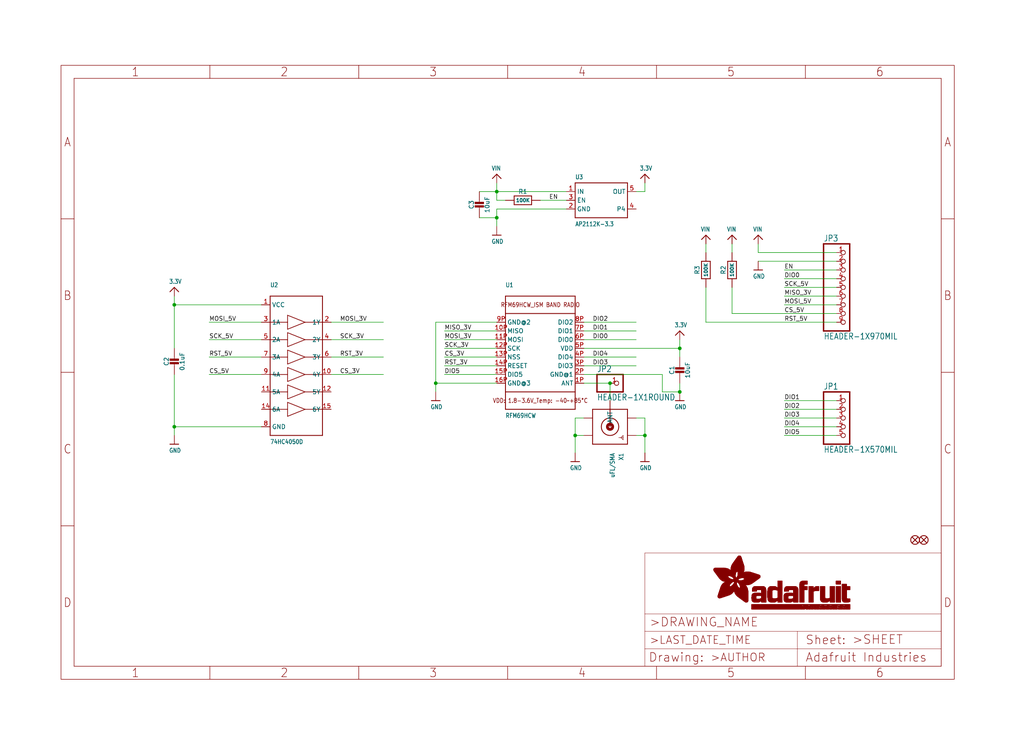
<source format=kicad_sch>
(kicad_sch (version 20211123) (generator eeschema)
  (paper "User" 298.45 217.881)
  (lib_symbols
    (symbol "eagleSchem-eagle-import:3.3V" (power)
      (property "Value" "3.3V" (at -1.524 1.016 0))
      (symbol "3.3V_1_0"
        (pin power_in line (at 0 -2.54 90) (length 2.54) (name "3.3V") (number "1"))
      )
    )
    (symbol "eagleSchem-eagle-import:74HC4050DTSSOP"
      (property "Reference" "U" (at -7.62 22.86 0))
      (property "Value" "74HC4050DTSSOP" (at -7.62 -22.86 0))
      (symbol "74HC4050DTSSOP_1_0"
        (pin bidirectional line (at -10.16 17.78 0) (length 2.54) (name "VCC") (number "1"))
        (pin bidirectional line (at 10.16 -2.54 180) (length 2.54) (name "4Y") (number "10"))
        (pin bidirectional line (at -10.16 -7.62 0) (length 2.54) (name "5A") (number "11"))
        (pin bidirectional line (at 10.16 -7.62 180) (length 2.54) (name "5Y") (number "12"))
        (pin bidirectional line (at -10.16 -12.7 0) (length 2.54) (name "6A") (number "14"))
        (pin bidirectional line (at 10.16 -12.7 180) (length 2.54) (name "6Y") (number "15"))
        (pin bidirectional line (at 10.16 12.7 180) (length 2.54) (name "1Y") (number "2"))
        (pin bidirectional line (at -10.16 12.7 0) (length 2.54) (name "1A") (number "3"))
        (pin bidirectional line (at 10.16 7.62 180) (length 2.54) (name "2Y") (number "4"))
        (pin bidirectional line (at -10.16 7.62 0) (length 2.54) (name "2A") (number "5"))
        (pin bidirectional line (at 10.16 2.54 180) (length 2.54) (name "3Y") (number "6"))
        (pin bidirectional line (at -10.16 2.54 0) (length 2.54) (name "3A") (number "7"))
        (pin bidirectional line (at -10.16 -17.78 0) (length 2.54) (name "GND") (number "8"))
        (pin bidirectional line (at -10.16 -2.54 0) (length 2.54) (name "4A") (number "9"))
      )
    )
    (symbol "eagleSchem-eagle-import:CAP_CERAMIC0805-NOOUTLINE"
      (property "Reference" "C" (at -2.29 1.25 90))
      (property "Value" "CAP_CERAMIC0805-NOOUTLINE" (at 2.3 1.25 90))
      (symbol "CAP_CERAMIC0805-NOOUTLINE_1_0"
        (pin passive line (at 0 5.08 270) (length 2.54) (name "1") (number "1"))
        (pin passive line (at 0 -2.54 90) (length 2.54) (name "2") (number "2"))
      )
    )
    (symbol "eagleSchem-eagle-import:FIDUCIAL{dblquote}{dblquote}")
    (symbol "eagleSchem-eagle-import:FRAME_A4_ADAFRUIT"
      (symbol "FRAME_A4_ADAFRUIT_1_0"
        (text "1" (at 21.6958 1.905 0) (effects (font (size 2.54 2.286))))
        (text "1" (at 21.6958 177.165 0) (effects (font (size 2.54 2.286))))
        (text "2" (at 65.0875 1.905 0) (effects (font (size 2.54 2.286))))
        (text "2" (at 65.0875 177.165 0) (effects (font (size 2.54 2.286))))
        (text "3" (at 108.4792 1.905 0) (effects (font (size 2.54 2.286))))
        (text "3" (at 108.4792 177.165 0) (effects (font (size 2.54 2.286))))
        (text "4" (at 151.8708 1.905 0) (effects (font (size 2.54 2.286))))
        (text "4" (at 151.8708 177.165 0) (effects (font (size 2.54 2.286))))
        (text "5" (at 195.2625 1.905 0) (effects (font (size 2.54 2.286))))
        (text "5" (at 195.2625 177.165 0) (effects (font (size 2.54 2.286))))
        (text "6" (at 238.6542 1.905 0) (effects (font (size 2.54 2.286))))
        (text "6" (at 238.6542 177.165 0) (effects (font (size 2.54 2.286))))
        (text ">AUTHOR" (at 189.23 5.08 0) (effects (font (size 2.286 2.286)) (justify left bottom)))
        (text ">DRAWING_NAME" (at 171.45 15.24 0) (effects (font (size 2.54 2.54)) (justify left bottom)))
        (text ">LAST_DATE_TIME" (at 171.45 10.16 0) (effects (font (size 2.286 2.286)) (justify left bottom)))
        (text ">SHEET" (at 230.505 10.16 0) (effects (font (size 2.54 2.54)) (justify left bottom)))
        (text "A" (at 1.905 156.6863 0) (effects (font (size 2.54 2.286))))
        (text "A" (at 258.445 156.6863 0) (effects (font (size 2.54 2.286))))
        (text "Adafruit Industries" (at 216.916 4.953 0) (effects (font (size 2.54 2.54)) (justify left bottom)))
        (text "B" (at 1.905 111.9188 0) (effects (font (size 2.54 2.286))))
        (text "B" (at 258.445 111.9188 0) (effects (font (size 2.54 2.286))))
        (text "C" (at 1.905 67.1513 0) (effects (font (size 2.54 2.286))))
        (text "C" (at 258.445 67.1513 0) (effects (font (size 2.54 2.286))))
        (text "D" (at 1.905 22.3838 0) (effects (font (size 2.54 2.286))))
        (text "D" (at 258.445 22.3838 0) (effects (font (size 2.54 2.286))))
        (text "Drawing:" (at 171.196 4.953 0) (effects (font (size 2.54 2.54)) (justify left bottom)))
        (text "Sheet:" (at 216.916 10.033 0) (effects (font (size 2.54 2.54)) (justify left bottom)))
      )
    )
    (symbol "eagleSchem-eagle-import:GND" (power)
      (property "Value" "GND" (at -1.524 -2.54 0))
      (symbol "GND_1_0"
        (pin power_in line (at 0 2.54 270) (length 2.54) (name "GND") (number "1"))
      )
    )
    (symbol "eagleSchem-eagle-import:HEADER-1X1ROUND"
      (property "Reference" "JP" (at -6.35 3.175 0))
      (property "Value" "HEADER-1X1ROUND" (at -6.35 -5.08 0))
      (symbol "HEADER-1X1ROUND_1_0"
        (pin passive inverted (at -2.54 0 0) (length 2.54) (name "1") (number "1"))
      )
    )
    (symbol "eagleSchem-eagle-import:HEADER-1X570MIL"
      (property "Reference" "JP" (at -6.35 8.255 0))
      (property "Value" "HEADER-1X570MIL" (at -6.35 -10.16 0))
      (symbol "HEADER-1X570MIL_1_0"
        (pin passive inverted (at -2.54 5.08 0) (length 2.54) (name "1") (number "1"))
        (pin passive inverted (at -2.54 2.54 0) (length 2.54) (name "2") (number "2"))
        (pin passive inverted (at -2.54 0 0) (length 2.54) (name "3") (number "3"))
        (pin passive inverted (at -2.54 -2.54 0) (length 2.54) (name "4") (number "4"))
        (pin passive inverted (at -2.54 -5.08 0) (length 2.54) (name "5") (number "5"))
      )
    )
    (symbol "eagleSchem-eagle-import:HEADER-1X970MIL"
      (property "Reference" "JP" (at -6.35 13.335 0))
      (property "Value" "HEADER-1X970MIL" (at -6.35 -15.24 0))
      (symbol "HEADER-1X970MIL_1_0"
        (pin passive inverted (at -2.54 10.16 0) (length 2.54) (name "1") (number "1"))
        (pin passive inverted (at -2.54 7.62 0) (length 2.54) (name "2") (number "2"))
        (pin passive inverted (at -2.54 5.08 0) (length 2.54) (name "3") (number "3"))
        (pin passive inverted (at -2.54 2.54 0) (length 2.54) (name "4") (number "4"))
        (pin passive inverted (at -2.54 0 0) (length 2.54) (name "5") (number "5"))
        (pin passive inverted (at -2.54 -2.54 0) (length 2.54) (name "6") (number "6"))
        (pin passive inverted (at -2.54 -5.08 0) (length 2.54) (name "7") (number "7"))
        (pin passive inverted (at -2.54 -7.62 0) (length 2.54) (name "8") (number "8"))
        (pin passive inverted (at -2.54 -10.16 0) (length 2.54) (name "9") (number "9"))
      )
    )
    (symbol "eagleSchem-eagle-import:RESISTOR0805_NOOUTLINE"
      (property "Reference" "R" (at 0 2.54 0))
      (property "Value" "RESISTOR0805_NOOUTLINE" (at 0 0 0))
      (symbol "RESISTOR0805_NOOUTLINE_1_0"
        (pin passive line (at -5.08 0 0) (length 2.54) (name "1") (number "1"))
        (pin passive line (at 5.08 0 180) (length 2.54) (name "2") (number "2"))
      )
    )
    (symbol "eagleSchem-eagle-import:RFM69HCW_SMT"
      (property "Reference" "U" (at -10.16 17.78 0))
      (property "Value" "RFM69HCW_SMT" (at -10.16 -20.32 0))
      (symbol "RFM69HCW_SMT_1_0"
        (text "RFM69HCW_ISM BAND RADIO" (at 0 12.7 0) (effects (font (size 1.27 1.0795))))
        (text "VDD: 1.8-3.6V_Temp: -40~+85°C" (at 0 -15.24 0) (effects (font (size 1.27 1.0795))))
        (pin output line (at -12.7 5.08 0) (length 2.54) (name "MISO") (number "10P"))
        (pin input line (at -12.7 2.54 0) (length 2.54) (name "MOSI") (number "11P"))
        (pin input line (at -12.7 0 0) (length 2.54) (name "SCK") (number "12P"))
        (pin input line (at -12.7 -2.54 0) (length 2.54) (name "NSS") (number "13P"))
        (pin input line (at -12.7 -5.08 0) (length 2.54) (name "RESET") (number "14P"))
        (pin bidirectional line (at -12.7 -7.62 0) (length 2.54) (name "DIO5") (number "15P"))
        (pin power_in line (at -12.7 -10.16 0) (length 2.54) (name "GND@3") (number "16P"))
        (pin bidirectional line (at 12.7 -10.16 180) (length 2.54) (name "ANT") (number "1P"))
        (pin power_in line (at 12.7 -7.62 180) (length 2.54) (name "GND@1") (number "2P"))
        (pin bidirectional line (at 12.7 -5.08 180) (length 2.54) (name "DIO3") (number "3P"))
        (pin bidirectional line (at 12.7 -2.54 180) (length 2.54) (name "DIO4") (number "4P"))
        (pin power_in line (at 12.7 0 180) (length 2.54) (name "VDD") (number "5P"))
        (pin bidirectional line (at 12.7 2.54 180) (length 2.54) (name "DIO0") (number "6P"))
        (pin bidirectional line (at 12.7 5.08 180) (length 2.54) (name "DIO1") (number "7P"))
        (pin bidirectional line (at 12.7 7.62 180) (length 2.54) (name "DIO2") (number "8P"))
        (pin power_in line (at -12.7 7.62 0) (length 2.54) (name "GND@2") (number "9P"))
      )
    )
    (symbol "eagleSchem-eagle-import:SMACONNECTOR_EDGE_UFL"
      (property "Reference" "X" (at 7.62 2.54 0))
      (property "Value" "SMACONNECTOR_EDGE_UFL" (at 7.62 0 0))
      (symbol "SMACONNECTOR_EDGE_UFL_1_0"
        (pin power_in line (at -2.54 7.62 270) (length 2.54) (name "GND1") (number "GND@1"))
        (pin power_in line (at 2.54 7.62 270) (length 2.54) (name "GND2") (number "GND@2"))
        (pin power_in line (at -2.54 -7.62 90) (length 2.54) (name "GND3") (number "GND@3"))
        (pin power_in line (at 2.54 -7.62 90) (length 2.54) (name "GND4") (number "GND@4"))
        (pin bidirectional line (at -7.62 0 0) (length 2.54) (name "ANT") (number "P"))
      )
    )
    (symbol "eagleSchem-eagle-import:VIN" (power)
      (property "Value" "VIN" (at -1.524 1.016 0))
      (symbol "VIN_1_0"
        (pin power_in line (at 0 -2.54 90) (length 2.54) (name "VIN") (number "1"))
      )
    )
    (symbol "eagleSchem-eagle-import:VREG_SOT23-5"
      (property "Reference" "U" (at -7.62 6.096 0))
      (property "Value" "VREG_SOT23-5" (at -7.62 -7.62 0))
      (symbol "VREG_SOT23-5_1_0"
        (pin power_in line (at -10.16 2.54 0) (length 2.54) (name "IN") (number "1"))
        (pin power_in line (at -10.16 -2.54 0) (length 2.54) (name "GND") (number "2"))
        (pin input line (at -10.16 0 0) (length 2.54) (name "EN") (number "3"))
        (pin bidirectional line (at 10.16 -2.54 180) (length 2.54) (name "P4") (number "4"))
        (pin power_in line (at 10.16 2.54 180) (length 2.54) (name "OUT") (number "5"))
      )
    )
  )
  (junction (at 50.8 124.46))
  (junction (at 144.78 63.5))
  (junction (at 187.96 127))
  (junction (at 144.78 55.88))
  (junction (at 198.12 114.3))
  (junction (at 127 111.76))
  (junction (at 198.12 101.6))
  (junction (at 177.8 111.76))
  (junction (at 50.8 88.9))
  (junction (at 167.64 127))
  (wire (pts (xy 187.96 127) (xy 187.96 132.08)))
  (wire (pts (xy 220.98 71.12) (xy 220.98 73.66)))
  (wire (pts (xy 170.18 127) (xy 167.64 127)))
  (wire (pts (xy 129.54 104.14) (xy 144.78 104.14)))
  (wire (pts (xy 129.54 99.06) (xy 144.78 99.06)))
  (wire (pts (xy 185.42 96.52) (xy 170.18 96.52)))
  (wire (pts (xy 147.32 58.42) (xy 144.78 58.42)))
  (wire (pts (xy 170.18 121.92) (xy 167.64 121.92)))
  (wire (pts (xy 198.12 111.76) (xy 198.12 114.3)))
  (wire (pts (xy 144.78 96.52) (xy 129.54 96.52)))
  (wire (pts (xy 193.04 114.3) (xy 198.12 114.3)))
  (wire (pts (xy 185.42 121.92) (xy 187.96 121.92)))
  (wire (pts (xy 127 93.98) (xy 127 111.76)))
  (wire (pts (xy 50.8 88.9) (xy 50.8 101.6)))
  (wire (pts (xy 96.52 109.22) (xy 111.76 109.22)))
  (wire (pts (xy 243.84 83.82) (xy 228.6 83.82)))
  (wire (pts (xy 96.52 104.14) (xy 111.76 104.14)))
  (wire (pts (xy 213.36 71.12) (xy 213.36 73.66)))
  (wire (pts (xy 76.2 99.06) (xy 60.96 99.06)))
  (wire (pts (xy 170.18 111.76) (xy 177.8 111.76)))
  (wire (pts (xy 213.36 91.44) (xy 213.36 83.82)))
  (wire (pts (xy 228.6 124.46) (xy 243.84 124.46)))
  (wire (pts (xy 243.84 78.74) (xy 228.6 78.74)))
  (wire (pts (xy 60.96 109.22) (xy 76.2 109.22)))
  (wire (pts (xy 129.54 101.6) (xy 144.78 101.6)))
  (wire (pts (xy 76.2 88.9) (xy 50.8 88.9)))
  (wire (pts (xy 144.78 111.76) (xy 127 111.76)))
  (wire (pts (xy 170.18 109.22) (xy 193.04 109.22)))
  (wire (pts (xy 243.84 119.38) (xy 228.6 119.38)))
  (wire (pts (xy 50.8 124.46) (xy 50.8 109.22)))
  (wire (pts (xy 144.78 93.98) (xy 127 93.98)))
  (wire (pts (xy 213.36 91.44) (xy 243.84 91.44)))
  (wire (pts (xy 187.96 55.88) (xy 187.96 53.34)))
  (wire (pts (xy 185.42 93.98) (xy 170.18 93.98)))
  (wire (pts (xy 129.54 106.68) (xy 144.78 106.68)))
  (wire (pts (xy 220.98 76.2) (xy 243.84 76.2)))
  (wire (pts (xy 144.78 55.88) (xy 144.78 53.34)))
  (wire (pts (xy 205.74 93.98) (xy 243.84 93.98)))
  (wire (pts (xy 243.84 81.28) (xy 228.6 81.28)))
  (wire (pts (xy 198.12 101.6) (xy 198.12 104.14)))
  (wire (pts (xy 165.1 60.96) (xy 144.78 60.96)))
  (wire (pts (xy 144.78 63.5) (xy 144.78 66.04)))
  (wire (pts (xy 144.78 109.22) (xy 129.54 109.22)))
  (wire (pts (xy 76.2 93.98) (xy 60.96 93.98)))
  (wire (pts (xy 165.1 55.88) (xy 144.78 55.88)))
  (wire (pts (xy 205.74 71.12) (xy 205.74 73.66)))
  (wire (pts (xy 243.84 127) (xy 228.6 127)))
  (wire (pts (xy 170.18 101.6) (xy 198.12 101.6)))
  (wire (pts (xy 144.78 63.5) (xy 139.7 63.5)))
  (wire (pts (xy 96.52 99.06) (xy 111.76 99.06)))
  (wire (pts (xy 220.98 73.66) (xy 243.84 73.66)))
  (wire (pts (xy 228.6 121.92) (xy 243.84 121.92)))
  (wire (pts (xy 185.42 99.06) (xy 170.18 99.06)))
  (wire (pts (xy 50.8 88.9) (xy 50.8 86.36)))
  (wire (pts (xy 177.8 111.76) (xy 177.8 116.84)))
  (wire (pts (xy 205.74 83.82) (xy 205.74 93.98)))
  (wire (pts (xy 170.18 104.14) (xy 185.42 104.14)))
  (wire (pts (xy 167.64 121.92) (xy 167.64 127)))
  (wire (pts (xy 127 111.76) (xy 127 114.3)))
  (wire (pts (xy 198.12 101.6) (xy 198.12 99.06)))
  (wire (pts (xy 243.84 116.84) (xy 228.6 116.84)))
  (wire (pts (xy 144.78 55.88) (xy 139.7 55.88)))
  (wire (pts (xy 76.2 104.14) (xy 60.96 104.14)))
  (wire (pts (xy 185.42 55.88) (xy 187.96 55.88)))
  (wire (pts (xy 185.42 127) (xy 187.96 127)))
  (wire (pts (xy 193.04 109.22) (xy 193.04 114.3)))
  (wire (pts (xy 96.52 93.98) (xy 111.76 93.98)))
  (wire (pts (xy 243.84 88.9) (xy 228.6 88.9)))
  (wire (pts (xy 76.2 124.46) (xy 50.8 124.46)))
  (wire (pts (xy 243.84 86.36) (xy 228.6 86.36)))
  (wire (pts (xy 187.96 121.92) (xy 187.96 127)))
  (wire (pts (xy 144.78 58.42) (xy 144.78 55.88)))
  (wire (pts (xy 50.8 124.46) (xy 50.8 127)))
  (wire (pts (xy 144.78 60.96) (xy 144.78 63.5)))
  (wire (pts (xy 167.64 127) (xy 167.64 132.08)))
  (wire (pts (xy 165.1 58.42) (xy 157.48 58.42)))
  (wire (pts (xy 170.18 106.68) (xy 185.42 106.68)))
  (label "MISO_3V" (at 129.54 96.52 0) (effects (font (size 1.2446 1.2446))))
  (label "EN" (at 160.02 58.42 0) (effects (font (size 1.2446 1.2446))))
  (label "DIO1" (at 228.6 116.84 0) (effects (font (size 1.2446 1.2446))))
  (label "DIO5" (at 129.54 109.22 0) (effects (font (size 1.2446 1.2446))))
  (label "RST_5V" (at 60.96 104.14 0) (effects (font (size 1.2446 1.2446))))
  (label "CS_3V" (at 99.06 109.22 0) (effects (font (size 1.2446 1.2446))))
  (label "CS_5V" (at 60.96 109.22 0) (effects (font (size 1.2446 1.2446))))
  (label "DIO0" (at 172.72 99.06 0) (effects (font (size 1.2446 1.2446))))
  (label "CS_5V" (at 228.6 91.44 0) (effects (font (size 1.2446 1.2446))))
  (label "DIO0" (at 228.6 81.28 0) (effects (font (size 1.2446 1.2446))))
  (label "SCK_5V" (at 228.6 83.82 0) (effects (font (size 1.2446 1.2446))))
  (label "DIO3" (at 228.6 121.92 0) (effects (font (size 1.2446 1.2446))))
  (label "RST_3V" (at 99.06 104.14 0) (effects (font (size 1.2446 1.2446))))
  (label "RST_3V" (at 129.54 106.68 0) (effects (font (size 1.2446 1.2446))))
  (label "DIO2" (at 228.6 119.38 0) (effects (font (size 1.2446 1.2446))))
  (label "DIO5" (at 228.6 127 0) (effects (font (size 1.2446 1.2446))))
  (label "MOSI_3V" (at 129.54 99.06 0) (effects (font (size 1.2446 1.2446))))
  (label "SCK_3V" (at 129.54 101.6 0) (effects (font (size 1.2446 1.2446))))
  (label "MISO_3V" (at 228.6 86.36 0) (effects (font (size 1.2446 1.2446))))
  (label "RST_5V" (at 228.6 93.98 0) (effects (font (size 1.2446 1.2446))))
  (label "MOSI_3V" (at 99.06 93.98 0) (effects (font (size 1.2446 1.2446))))
  (label "SCK_5V" (at 60.96 99.06 0) (effects (font (size 1.2446 1.2446))))
  (label "DIO3" (at 172.72 106.68 0) (effects (font (size 1.2446 1.2446))))
  (label "MOSI_5V" (at 228.6 88.9 0) (effects (font (size 1.2446 1.2446))))
  (label "DIO4" (at 172.72 104.14 0) (effects (font (size 1.2446 1.2446))))
  (label "DIO4" (at 228.6 124.46 0) (effects (font (size 1.2446 1.2446))))
  (label "DIO1" (at 172.72 96.52 0) (effects (font (size 1.2446 1.2446))))
  (label "MOSI_5V" (at 60.96 93.98 0) (effects (font (size 1.2446 1.2446))))
  (label "EN" (at 228.6 78.74 0) (effects (font (size 1.2446 1.2446))))
  (label "SCK_3V" (at 99.06 99.06 0) (effects (font (size 1.2446 1.2446))))
  (label "CS_3V" (at 129.54 104.14 0) (effects (font (size 1.2446 1.2446))))
  (label "DIO2" (at 172.72 93.98 0) (effects (font (size 1.2446 1.2446))))
  (symbol (lib_id "eagleSchem-eagle-import:SMACONNECTOR_EDGE_UFL") (at 177.8 124.46 270) (unit 1)
    (property "Reference" "X1" (at 180.34 132.08 0) (effects (font (size 1.27 1.0795)) (justify left bottom)))
    (property "Value" "uFL/SMA" (at 177.8 132.08 0) (effects (font (size 1.27 1.0795)) (justify left bottom)))
    (property "Footprint" "eagleSchem:SMA_EDGELAUNCH_UFL" (effects hide))
  )
  (symbol (lib_id "eagleSchem-eagle-import:FRAME_A4_ADAFRUIT") (at 17.78 198.12 0) (unit 1)
    (property "Reference" "#U$1" (effects hide))
    (property "Value" "FRAME_A4_ADAFRUIT" (effects hide))
    (property "Footprint" "eagleSchem:" (effects hide))
  )
  (symbol (lib_id "eagleSchem-eagle-import:VIN") (at 144.78 50.8 0) (unit 1)
    (property "Reference" "#U$10" (effects hide))
    (property "Value" "VIN" (at 143.256 49.784 0) (effects (font (size 1.27 1.0795)) (justify left bottom)))
    (property "Footprint" "eagleSchem:" (effects hide))
  )
  (symbol (lib_id "eagleSchem-eagle-import:RFM69HCW_SMT") (at 157.48 101.6 0) (unit 1)
    (property "Reference" "U1" (at 147.32 83.82 0) (effects (font (size 1.27 1.0795)) (justify left bottom)))
    (property "Value" "RFM69HCW" (at 147.32 121.92 0) (effects (font (size 1.27 1.0795)) (justify left bottom)))
    (property "Footprint" "eagleSchem:RFMHCW_SMT" (effects hide))
  )
  (symbol (lib_id "eagleSchem-eagle-import:FIDUCIAL{dblquote}{dblquote}") (at 269.24 157.48 0) (unit 1)
    (property "Reference" "FID1" (effects hide))
    (property "Value" "FIDUCIAL{dblquote}{dblquote}" (effects hide))
    (property "Footprint" "eagleSchem:FIDUCIAL_1MM" (effects hide))
  )
  (symbol (lib_id "eagleSchem-eagle-import:3.3V") (at 187.96 50.8 0) (unit 1)
    (property "Reference" "#U$12" (effects hide))
    (property "Value" "3.3V" (at 186.436 49.784 0) (effects (font (size 1.27 1.0795)) (justify left bottom)))
    (property "Footprint" "eagleSchem:" (effects hide))
  )
  (symbol (lib_id "eagleSchem-eagle-import:3.3V") (at 50.8 83.82 0) (unit 1)
    (property "Reference" "#U$2" (effects hide))
    (property "Value" "3.3V" (at 49.276 82.804 0) (effects (font (size 1.27 1.0795)) (justify left bottom)))
    (property "Footprint" "eagleSchem:" (effects hide))
  )
  (symbol (lib_id "eagleSchem-eagle-import:CAP_CERAMIC0805-NOOUTLINE") (at 198.12 109.22 0) (unit 1)
    (property "Reference" "C1" (at 195.83 107.97 90))
    (property "Value" "10uF" (at 200.42 107.97 90))
    (property "Footprint" "eagleSchem:0805-NO" (effects hide))
  )
  (symbol (lib_id "eagleSchem-eagle-import:VIN") (at 220.98 68.58 0) (unit 1)
    (property "Reference" "#U$16" (effects hide))
    (property "Value" "VIN" (at 219.456 67.564 0) (effects (font (size 1.27 1.0795)) (justify left bottom)))
    (property "Footprint" "eagleSchem:" (effects hide))
  )
  (symbol (lib_id "eagleSchem-eagle-import:HEADER-1X970MIL") (at 246.38 83.82 0) (unit 1)
    (property "Reference" "JP3" (at 240.03 70.485 0) (effects (font (size 1.778 1.5113)) (justify left bottom)))
    (property "Value" "HEADER-1X970MIL" (at 240.03 99.06 0) (effects (font (size 1.778 1.5113)) (justify left bottom)))
    (property "Footprint" "eagleSchem:1X09_ROUND_70" (effects hide))
  )
  (symbol (lib_id "eagleSchem-eagle-import:GND") (at 167.64 134.62 0) (unit 1)
    (property "Reference" "#U$7" (effects hide))
    (property "Value" "GND" (at 166.116 137.16 0) (effects (font (size 1.27 1.0795)) (justify left bottom)))
    (property "Footprint" "eagleSchem:" (effects hide))
  )
  (symbol (lib_id "eagleSchem-eagle-import:RESISTOR0805_NOOUTLINE") (at 152.4 58.42 0) (unit 1)
    (property "Reference" "R1" (at 152.4 55.88 0))
    (property "Value" "100K" (at 152.4 58.42 0) (effects (font (size 1.016 1.016) bold)))
    (property "Footprint" "eagleSchem:0805-NO" (effects hide))
  )
  (symbol (lib_id "eagleSchem-eagle-import:GND") (at 127 116.84 0) (unit 1)
    (property "Reference" "#U$4" (effects hide))
    (property "Value" "GND" (at 125.476 119.38 0) (effects (font (size 1.27 1.0795)) (justify left bottom)))
    (property "Footprint" "eagleSchem:" (effects hide))
  )
  (symbol (lib_id "eagleSchem-eagle-import:GND") (at 187.96 134.62 0) (unit 1)
    (property "Reference" "#U$9" (effects hide))
    (property "Value" "GND" (at 186.436 137.16 0) (effects (font (size 1.27 1.0795)) (justify left bottom)))
    (property "Footprint" "eagleSchem:" (effects hide))
  )
  (symbol (lib_id "eagleSchem-eagle-import:GND") (at 50.8 129.54 0) (unit 1)
    (property "Reference" "#U$3" (effects hide))
    (property "Value" "GND" (at 49.276 132.08 0) (effects (font (size 1.27 1.0795)) (justify left bottom)))
    (property "Footprint" "eagleSchem:" (effects hide))
  )
  (symbol (lib_id "eagleSchem-eagle-import:HEADER-1X570MIL") (at 246.38 121.92 0) (unit 1)
    (property "Reference" "JP1" (at 240.03 113.665 0) (effects (font (size 1.778 1.5113)) (justify left bottom)))
    (property "Value" "HEADER-1X570MIL" (at 240.03 132.08 0) (effects (font (size 1.778 1.5113)) (justify left bottom)))
    (property "Footprint" "eagleSchem:1X05_ROUND_70" (effects hide))
  )
  (symbol (lib_id "eagleSchem-eagle-import:CAP_CERAMIC0805-NOOUTLINE") (at 50.8 106.68 0) (unit 1)
    (property "Reference" "C2" (at 48.51 105.43 90))
    (property "Value" "0.1uF" (at 53.1 105.43 90))
    (property "Footprint" "eagleSchem:0805-NO" (effects hide))
  )
  (symbol (lib_id "eagleSchem-eagle-import:3.3V") (at 198.12 96.52 0) (unit 1)
    (property "Reference" "#U$5" (effects hide))
    (property "Value" "3.3V" (at 196.596 95.504 0) (effects (font (size 1.27 1.0795)) (justify left bottom)))
    (property "Footprint" "eagleSchem:" (effects hide))
  )
  (symbol (lib_id "eagleSchem-eagle-import:HEADER-1X1ROUND") (at 180.34 111.76 0) (unit 1)
    (property "Reference" "JP2" (at 173.99 108.585 0) (effects (font (size 1.778 1.5113)) (justify left bottom)))
    (property "Value" "HEADER-1X1ROUND" (at 173.99 116.84 0) (effects (font (size 1.778 1.5113)) (justify left bottom)))
    (property "Footprint" "eagleSchem:1X01_ROUND" (effects hide))
  )
  (symbol (lib_id "eagleSchem-eagle-import:RESISTOR0805_NOOUTLINE") (at 213.36 78.74 90) (unit 1)
    (property "Reference" "R2" (at 210.82 78.74 0))
    (property "Value" "100K" (at 213.36 78.74 0) (effects (font (size 1.016 1.016) bold)))
    (property "Footprint" "eagleSchem:0805-NO" (effects hide))
  )
  (symbol (lib_id "eagleSchem-eagle-import:GND") (at 144.78 68.58 0) (unit 1)
    (property "Reference" "#U$11" (effects hide))
    (property "Value" "GND" (at 143.256 71.12 0) (effects (font (size 1.27 1.0795)) (justify left bottom)))
    (property "Footprint" "eagleSchem:" (effects hide))
  )
  (symbol (lib_id "eagleSchem-eagle-import:VIN") (at 205.74 68.58 0) (unit 1)
    (property "Reference" "#U$13" (effects hide))
    (property "Value" "VIN" (at 204.216 67.564 0) (effects (font (size 1.27 1.0795)) (justify left bottom)))
    (property "Footprint" "eagleSchem:" (effects hide))
  )
  (symbol (lib_id "eagleSchem-eagle-import:RESISTOR0805_NOOUTLINE") (at 205.74 78.74 90) (unit 1)
    (property "Reference" "R3" (at 203.2 78.74 0))
    (property "Value" "100K" (at 205.74 78.74 0) (effects (font (size 1.016 1.016) bold)))
    (property "Footprint" "eagleSchem:0805-NO" (effects hide))
  )
  (symbol (lib_id "eagleSchem-eagle-import:VREG_SOT23-5") (at 175.26 58.42 0) (unit 1)
    (property "Reference" "U3" (at 167.64 52.324 0) (effects (font (size 1.27 1.0795)) (justify left bottom)))
    (property "Value" "AP2112K-3.3" (at 167.64 66.04 0) (effects (font (size 1.27 1.0795)) (justify left bottom)))
    (property "Footprint" "eagleSchem:SOT23-5" (effects hide))
  )
  (symbol (lib_id "eagleSchem-eagle-import:VIN") (at 213.36 68.58 0) (unit 1)
    (property "Reference" "#U$17" (effects hide))
    (property "Value" "VIN" (at 211.836 67.564 0) (effects (font (size 1.27 1.0795)) (justify left bottom)))
    (property "Footprint" "eagleSchem:" (effects hide))
  )
  (symbol (lib_id "eagleSchem-eagle-import:GND") (at 220.98 78.74 0) (unit 1)
    (property "Reference" "#U$18" (effects hide))
    (property "Value" "GND" (at 219.456 81.28 0) (effects (font (size 1.27 1.0795)) (justify left bottom)))
    (property "Footprint" "eagleSchem:" (effects hide))
  )
  (symbol (lib_id "eagleSchem-eagle-import:CAP_CERAMIC0805-NOOUTLINE") (at 139.7 60.96 0) (unit 1)
    (property "Reference" "C3" (at 137.41 59.71 90))
    (property "Value" "10uF" (at 142 59.71 90))
    (property "Footprint" "eagleSchem:0805-NO" (effects hide))
  )
  (symbol (lib_id "eagleSchem-eagle-import:GND") (at 198.12 116.84 0) (unit 1)
    (property "Reference" "#U$6" (effects hide))
    (property "Value" "GND" (at 196.596 119.38 0) (effects (font (size 1.27 1.0795)) (justify left bottom)))
    (property "Footprint" "eagleSchem:" (effects hide))
  )
  (symbol (lib_id "eagleSchem-eagle-import:74HC4050DTSSOP") (at 86.36 106.68 0) (unit 1)
    (property "Reference" "U2" (at 78.74 83.82 0) (effects (font (size 1.27 1.0795)) (justify left bottom)))
    (property "Value" "74HC4050D" (at 78.74 129.54 0) (effects (font (size 1.27 1.0795)) (justify left bottom)))
    (property "Footprint" "eagleSchem:TSSOP16" (effects hide))
  )
  (symbol (lib_id "eagleSchem-eagle-import:FIDUCIAL{dblquote}{dblquote}") (at 266.7 157.48 0) (unit 1)
    (property "Reference" "FID2" (effects hide))
    (property "Value" "FIDUCIAL{dblquote}{dblquote}" (effects hide))
    (property "Footprint" "eagleSchem:FIDUCIAL_1MM" (effects hide))
  )
)
</source>
